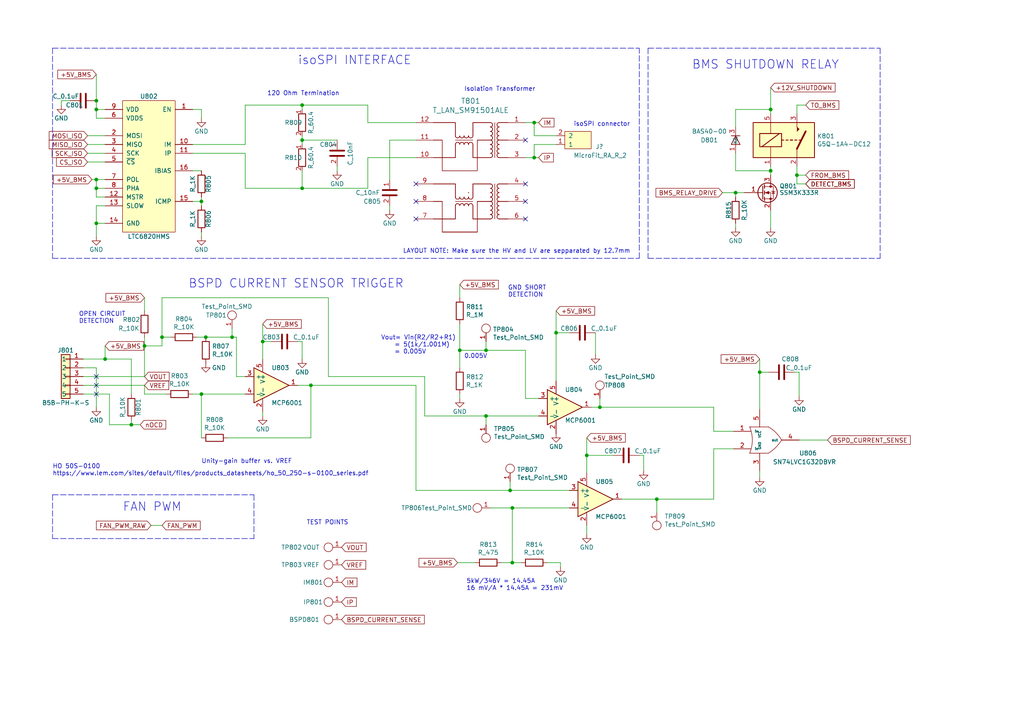
<source format=kicad_sch>
(kicad_sch (version 20211123) (generator eeschema)
  (paper "A4")
  (lib_symbols
    (symbol "formula:B5B-PH-K-S" (pin_names (offset 1.016))
      (property "Reference" "J" (at 0 8.89 0))
      (property "Value" "B5B-PH-K-S" (at 0 -6.35 0))
      (symbol "B5B-PH-K-S_1_1"
        (pin passive line (at -5.08 6.35 0) (length 3.81) (name "1") (number "1"))
        (pin passive line (at -5.08 3.81 0) (length 3.81) (name "2") (number "2"))
        (pin passive line (at -5.08 1.27 0) (length 3.81) (name "3") (number "3"))
        (pin passive line (at -5.08 -1.27 0) (length 3.81) (name "4") (number "4"))
        (pin passive line (at -5.08 -3.81 0) (length 3.81) (name "5") (number "5"))
      )
    )
    (symbol "formula:BAS40-00" (pin_names (offset 1.016))
      (property "Reference" "D" (at 0 2.54 0))
      (property "Value" "BAS40-00" (at 0 -2.54 0))
      (symbol "BAS40-00_1_1"
        (pin passive line (at 3.81 0 180) (length 2.54) (name "A") (number "1"))
        (pin passive line (at -3.81 0 0) (length 2.54) (name "K") (number "3"))
      )
    )
    (symbol "formula:C_0.1uF" (pin_numbers hide) (pin_names (offset 0.254))
      (property "Reference" "C" (at 0.635 2.54 0))
      (property "Value" "C_0.1uF" (at 0.635 -2.54 0))
      (symbol "C_0.1uF_1_1"
        (pin passive line (at 0 3.81 270) (length 2.794) (name "~") (number "1"))
        (pin passive line (at 0 -3.81 90) (length 2.794) (name "~") (number "2"))
      )
    )
    (symbol "formula:C_10nF" (pin_names (offset 1.016))
      (property "Reference" "C" (at -2.54 2.54 0))
      (property "Value" "C_10nF" (at 3.81 0 90))
      (symbol "C_10nF_1_1"
        (pin passive line (at 0 3.81 270) (length 2.794) (name "~") (number "1"))
        (pin passive line (at 0 -3.81 90) (length 2.794) (name "~") (number "2"))
      )
    )
    (symbol "formula:G5Q-1A4-DC12" (pin_names (offset 1.016))
      (property "Reference" "K" (at -1.27 12.7 0))
      (property "Value" "G5Q-1A4-DC12" (at 0 -10.16 0))
      (symbol "G5Q-1A4-DC12_1_1"
        (pin passive line (at -5.08 -7.62 90) (length 2.54) (name "~") (number "1"))
        (pin passive line (at 2.54 -7.62 90) (length 2.54) (name "~") (number "2"))
        (pin passive line (at 2.54 7.62 270) (length 2.54) (name "~") (number "3"))
        (pin passive line (at -5.08 7.62 270) (length 2.54) (name "~") (number "5"))
      )
    )
    (symbol "formula:LTC6820HMS" (pin_names (offset 1.016))
      (property "Reference" "U" (at 0 19.05 0))
      (property "Value" "LTC6820HMS" (at 0 -21.59 0))
      (property "MFN" "DK" (at 2.54 21.59 0))
      (property "MPN" "LTC6820HMS#TRPBFCT-ND" (at 5.08 24.13 0))
      (property "PurchasingLink" "https://www.digikey.com/product-detail/en/linear-technology-analog-devices/LTC6820HMS-TRPBF/LTC6820HMS-TRPBFCT-ND/8275338" (at 7.62 26.67 0))
      (symbol "LTC6820HMS_1_1"
        (pin input line (at 12.7 15.24 180) (length 5.08) (name "EN") (number "1"))
        (pin input line (at 12.7 5.08 180) (length 5.08) (name "IM") (number "10"))
        (pin input line (at 12.7 2.54 180) (length 5.08) (name "IP") (number "11"))
        (pin input line (at -12.7 -10.16 0) (length 5.08) (name "MSTR") (number "12"))
        (pin input line (at -12.7 -12.7 0) (length 5.08) (name "SLOW") (number "13"))
        (pin input line (at -12.7 -17.78 0) (length 5.08) (name "GND") (number "14"))
        (pin input line (at 12.7 -11.43 180) (length 5.08) (name "ICMP") (number "15"))
        (pin input line (at 12.7 -2.54 180) (length 5.08) (name "IBIAS") (number "16"))
        (pin input line (at -12.7 7.62 0) (length 5.08) (name "MOSI") (number "2"))
        (pin input line (at -12.7 5.08 0) (length 5.08) (name "MISO") (number "3"))
        (pin input line (at -12.7 2.54 0) (length 5.08) (name "SCK") (number "4"))
        (pin input line (at -12.7 0 0) (length 5.08) (name "~{CS}") (number "5"))
        (pin input line (at -12.7 12.7 0) (length 5.08) (name "VDDS") (number "6"))
        (pin input line (at -12.7 -5.08 0) (length 5.08) (name "POL") (number "7"))
        (pin input line (at -12.7 -7.62 0) (length 5.08) (name "PHA") (number "8"))
        (pin input line (at -12.7 15.24 0) (length 5.08) (name "VDD") (number "9"))
      )
    )
    (symbol "formula:MCP6001"
      (property "Reference" "U" (at 0 5.08 0))
      (property "Value" "MCP6001" (at 0 -5.08 0))
      (symbol "MCP6001_0_1"
        (pin power_in line (at -2.54 -7.62 90) (length 3.81) (name "V-") (number "2"))
        (pin power_in line (at -2.54 7.62 270) (length 3.81) (name "V+") (number "5"))
      )
      (symbol "MCP6001_1_1"
        (pin output line (at 7.62 0 180) (length 2.54) (name "~") (number "1"))
        (pin input line (at -7.62 2.54 0) (length 2.54) (name "+") (number "3"))
        (pin input line (at -7.62 -2.54 0) (length 2.54) (name "-") (number "4"))
      )
    )
    (symbol "formula:MicroFit_RA_R_2" (pin_names (offset 1.016))
      (property "Reference" "J" (at -2.54 1.27 0))
      (property "Value" "MicroFit_RA_R_2" (at 0 -3.81 0))
      (symbol "MicroFit_RA_R_2_1_1"
        (pin bidirectional line (at 6.35 1.27 180) (length 2.54) (name "1") (number "1"))
        (pin bidirectional line (at 6.35 -1.27 180) (length 2.54) (name "2") (number "2"))
      )
    )
    (symbol "formula:R_10K" (pin_numbers hide) (pin_names (offset 0))
      (property "Reference" "R" (at 2.032 0 90))
      (property "Value" "R_10K" (at -2.54 0 90))
      (symbol "R_10K_1_1"
        (pin passive line (at 0 3.81 270) (length 1.27) (name "~") (number "1"))
        (pin passive line (at 0 -3.81 90) (length 1.27) (name "~") (number "2"))
      )
    )
    (symbol "formula:R_1K" (pin_numbers hide) (pin_names (offset 0))
      (property "Reference" "R" (at 2.032 0 90))
      (property "Value" "R_1K" (at -2.54 0 90))
      (symbol "R_1K_1_1"
        (pin passive line (at 0 3.81 270) (length 1.27) (name "~") (number "1"))
        (pin passive line (at 0 -3.81 90) (length 1.27) (name "~") (number "2"))
      )
    )
    (symbol "formula:R_1M" (pin_numbers hide) (pin_names (offset 0))
      (property "Reference" "R" (at 2.032 0 90))
      (property "Value" "R_1M" (at 0 0 90))
      (symbol "R_1M_1_1"
        (pin passive line (at 0 3.81 270) (length 1.27) (name "~") (number "1"))
        (pin passive line (at 0 -3.81 90) (length 1.27) (name "~") (number "2"))
      )
    )
    (symbol "formula:R_3.01K" (pin_numbers hide) (pin_names (offset 0))
      (property "Reference" "R" (at 2.032 0 90))
      (property "Value" "R_3.01K" (at -2.54 0 90))
      (symbol "R_3.01K_1_1"
        (pin passive line (at 0 3.81 270) (length 1.27) (name "~") (number "1"))
        (pin passive line (at 0 -3.81 90) (length 1.27) (name "~") (number "2"))
      )
    )
    (symbol "formula:R_475" (pin_numbers hide) (pin_names (offset 0))
      (property "Reference" "R" (at 2.032 0 90))
      (property "Value" "R_475" (at -2.54 0 90))
      (symbol "R_475_1_1"
        (pin passive line (at 0 3.81 270) (length 1.27) (name "~") (number "1"))
        (pin passive line (at 0 -3.81 90) (length 1.27) (name "~") (number "2"))
      )
    )
    (symbol "formula:R_60.4" (pin_names (offset 1.016))
      (property "Reference" "R" (at -2.54 0 0))
      (property "Value" "R_60.4" (at 2.54 0 90))
      (symbol "R_60.4_1_1"
        (pin passive line (at 0 3.81 270) (length 1.27) (name "~") (number "1"))
        (pin passive line (at 0 -3.81 90) (length 1.27) (name "~") (number "2"))
      )
    )
    (symbol "formula:SN74LVC1G32DBVR" (pin_names (offset 1.016))
      (property "Reference" "U" (at 0 11.43 0))
      (property "Value" "SN74LVC1G32DBVR" (at 0 16.51 0))
      (symbol "SN74LVC1G32DBVR_1_1"
        (pin bidirectional line (at -7.62 2.54 0) (length 5.08) (name "in") (number "1"))
        (pin bidirectional line (at -7.62 -2.54 0) (length 5.08) (name "in") (number "2"))
        (pin bidirectional line (at 0 -8.89 90) (length 5.08) (name "GND") (number "3"))
        (pin bidirectional line (at 11.43 0 180) (length 5.08) (name "out") (number "4"))
        (pin bidirectional line (at 0 8.89 270) (length 5.08) (name "VCC") (number "5"))
      )
    )
    (symbol "formula:SSM3K333R" (pin_names (offset 0) hide)
      (property "Reference" "Q" (at 5.08 1.905 0))
      (property "Value" "SSM3K333R" (at 5.08 0 0))
      (symbol "SSM3K333R_1_1"
        (pin input line (at -5.08 0 0) (length 5.334) (name "G") (number "1"))
        (pin passive line (at 2.54 -5.08 90) (length 2.54) (name "S") (number "2"))
        (pin passive line (at 2.54 5.08 270) (length 2.54) (name "D") (number "3"))
      )
    )
    (symbol "formula:T_LAN_SM91501ALE" (pin_names (offset 1.016))
      (property "Reference" "T" (at 12.7 26.67 0))
      (property "Value" "T_LAN_SM91501ALE" (at 24.13 -10.16 0))
      (symbol "T_LAN_SM91501ALE_1_1"
        (pin input line (at 6.35 24.13 0) (length 5.08) (name "~") (number "1"))
        (pin input line (at 38.1 13.97 180) (length 5.08) (name "~") (number "10"))
        (pin input line (at 38.1 19.05 180) (length 5.08) (name "~") (number "11"))
        (pin input line (at 38.1 24.13 180) (length 5.08) (name "~") (number "12"))
        (pin input line (at 6.35 19.05 0) (length 5.08) (name "~") (number "2"))
        (pin input line (at 6.35 13.97 0) (length 5.08) (name "~") (number "3"))
        (pin input line (at 6.35 6.35 0) (length 5.08) (name "~") (number "4"))
        (pin input line (at 6.35 1.27 0) (length 5.08) (name "~") (number "5"))
        (pin input line (at 6.35 -3.81 0) (length 5.08) (name "~") (number "6"))
        (pin input line (at 38.1 -3.81 180) (length 5.08) (name "~") (number "7"))
        (pin input line (at 38.1 1.27 180) (length 5.08) (name "~") (number "8"))
        (pin input line (at 38.1 6.35 180) (length 5.08) (name "~") (number "9"))
      )
    )
    (symbol "formula:Test_Point_SMD" (pin_names (offset 1.016))
      (property "Reference" "TP" (at 0 7.62 0))
      (property "Value" "Test_Point_SMD" (at 1.27 5.08 0))
      (symbol "Test_Point_SMD_1_1"
        (pin input line (at 0 -1.27 90) (length 2.54) (name "~") (number "1"))
      )
    )
    (symbol "power:GND" (power) (pin_names (offset 0))
      (property "Value" "GND" (at 0 -3.81 0))
      (symbol "GND_1_1"
        (pin power_in line (at 0 0 270) (length 0) hide (name "GND") (number "1"))
      )
    )
  )
  (junction (at 148.59 147.32))
  (junction (at 38.1 123.19))
  (junction (at 140.97 101.6))
  (junction (at 190.5 144.78))
  (junction (at 87.63 54.61))
  (junction (at 41.91 100.33))
  (junction (at 27.94 54.61))
  (junction (at 67.31 97.79))
  (junction (at 27.94 64.77))
  (junction (at 161.29 96.52))
  (junction (at 27.94 52.07))
  (junction (at 213.36 55.88))
  (junction (at 76.2 99.06))
  (junction (at 46.99 97.79))
  (junction (at 173.99 118.11))
  (junction (at 223.52 49.53))
  (junction (at 223.52 31.75))
  (junction (at 148.59 163.195))
  (junction (at 30.48 104.14))
  (junction (at 140.97 120.65))
  (junction (at 154.94 45.72))
  (junction (at 147.955 142.24))
  (junction (at 59.69 97.79))
  (junction (at 87.63 30.48))
  (junction (at 90.17 111.76))
  (junction (at 27.94 29.21))
  (junction (at 170.18 132.08))
  (junction (at 27.94 31.75))
  (junction (at 154.94 35.56))
  (junction (at 58.42 114.3))
  (junction (at 58.42 58.42))
  (junction (at 220.345 107.95))
  (junction (at 133.35 101.6))
  (junction (at 231.14 50.8))
  (junction (at 87.63 40.64))
  (no_connect (at 152.4 58.42))
  (no_connect (at 27.94 109.22))
  (no_connect (at 152.4 53.34))
  (no_connect (at 120.65 63.5))
  (no_connect (at 152.4 40.64))
  (no_connect (at 27.94 114.3))
  (no_connect (at 120.65 58.42))
  (no_connect (at 120.65 53.34))
  (no_connect (at 27.94 111.76))
  (no_connect (at 152.4 63.5))
  (wire (pts (xy 58.42 34.29) (xy 58.42 31.75)))
  (wire (pts (xy 154.94 35.56) (xy 154.94 39.37)))
  (wire (pts (xy 87.63 54.61) (xy 71.12 54.61)))
  (wire (pts (xy 190.5 144.78) (xy 207.01 144.78)))
  (polyline (pts (xy 185.42 74.93) (xy 185.42 13.97)))
  (wire (pts (xy 165.1 96.52) (xy 161.29 96.52)))
  (wire (pts (xy 71.12 41.91) (xy 71.12 30.48)))
  (wire (pts (xy 162.56 163.195) (xy 158.75 163.195)))
  (wire (pts (xy 190.5 144.78) (xy 190.5 148.59)))
  (wire (pts (xy 213.36 31.75) (xy 213.36 36.83)))
  (wire (pts (xy 154.94 45.72) (xy 154.94 41.91)))
  (wire (pts (xy 58.42 67.31) (xy 58.42 68.58)))
  (wire (pts (xy 140.97 120.65) (xy 140.97 123.19)))
  (polyline (pts (xy 15.24 143.51) (xy 15.24 156.21)))
  (wire (pts (xy 220.345 107.95) (xy 222.885 107.95)))
  (wire (pts (xy 154.94 45.72) (xy 152.4 45.72)))
  (wire (pts (xy 38.1 123.19) (xy 40.64 123.19)))
  (wire (pts (xy 177.8 132.08) (xy 170.18 132.08)))
  (wire (pts (xy 58.42 114.3) (xy 71.12 114.3)))
  (wire (pts (xy 231.14 50.8) (xy 233.68 50.8)))
  (wire (pts (xy 148.59 147.32) (xy 148.59 163.195)))
  (wire (pts (xy 173.99 115.57) (xy 173.99 118.11)))
  (wire (pts (xy 87.63 39.37) (xy 87.63 40.64)))
  (wire (pts (xy 41.91 100.33) (xy 46.99 100.33)))
  (wire (pts (xy 49.53 97.79) (xy 46.99 97.79)))
  (wire (pts (xy 30.48 44.45) (xy 25.4 44.45)))
  (wire (pts (xy 133.35 101.6) (xy 133.35 106.68)))
  (wire (pts (xy 41.91 86.36) (xy 41.91 90.17)))
  (wire (pts (xy 165.1 147.32) (xy 148.59 147.32)))
  (wire (pts (xy 213.36 55.88) (xy 215.9 55.88)))
  (polyline (pts (xy 15.24 74.93) (xy 185.42 74.93)))
  (wire (pts (xy 57.15 97.79) (xy 59.69 97.79)))
  (polyline (pts (xy 15.24 143.51) (xy 73.66 143.51)))
  (wire (pts (xy 148.59 147.32) (xy 142.24 147.32)))
  (wire (pts (xy 87.63 30.48) (xy 87.63 31.75)))
  (wire (pts (xy 97.79 48.26) (xy 97.79 49.53)))
  (polyline (pts (xy 15.24 156.21) (xy 73.66 156.21)))
  (wire (pts (xy 186.69 136.525) (xy 186.69 132.08)))
  (wire (pts (xy 55.88 114.3) (xy 58.42 114.3)))
  (wire (pts (xy 38.1 121.92) (xy 38.1 123.19)))
  (wire (pts (xy 230.505 107.95) (xy 231.775 107.95)))
  (wire (pts (xy 71.12 44.45) (xy 55.88 44.45)))
  (wire (pts (xy 46.99 86.36) (xy 95.25 86.36)))
  (wire (pts (xy 213.36 64.77) (xy 213.36 66.04)))
  (wire (pts (xy 30.48 31.75) (xy 27.94 31.75)))
  (wire (pts (xy 76.2 93.98) (xy 76.2 99.06)))
  (wire (pts (xy 120.65 111.76) (xy 120.65 142.24)))
  (wire (pts (xy 86.36 99.06) (xy 87.63 99.06)))
  (wire (pts (xy 170.18 127) (xy 170.18 132.08)))
  (wire (pts (xy 67.31 95.25) (xy 67.31 97.79)))
  (polyline (pts (xy 73.66 143.51) (xy 73.66 156.21)))
  (wire (pts (xy 171.45 118.11) (xy 173.99 118.11)))
  (wire (pts (xy 154.94 41.91) (xy 161.29 41.91)))
  (wire (pts (xy 30.48 54.61) (xy 27.94 54.61)))
  (wire (pts (xy 24.13 109.22) (xy 41.91 109.22)))
  (wire (pts (xy 27.94 34.29) (xy 27.94 31.75)))
  (wire (pts (xy 140.97 101.6) (xy 152.4 101.6)))
  (wire (pts (xy 46.99 97.79) (xy 46.99 86.36)))
  (wire (pts (xy 24.13 114.3) (xy 31.75 114.3)))
  (wire (pts (xy 170.18 137.16) (xy 170.18 132.08)))
  (wire (pts (xy 152.4 115.57) (xy 156.21 115.57)))
  (wire (pts (xy 76.2 104.14) (xy 76.2 99.06)))
  (wire (pts (xy 162.56 164.465) (xy 162.56 163.195)))
  (wire (pts (xy 38.1 114.3) (xy 38.1 104.14)))
  (wire (pts (xy 207.01 144.78) (xy 207.01 130.175)))
  (wire (pts (xy 161.29 96.52) (xy 161.29 110.49)))
  (wire (pts (xy 231.14 48.26) (xy 231.14 50.8)))
  (wire (pts (xy 86.36 111.76) (xy 90.17 111.76)))
  (wire (pts (xy 76.2 119.38) (xy 76.2 120.65)))
  (wire (pts (xy 71.12 30.48) (xy 87.63 30.48)))
  (wire (pts (xy 133.35 93.98) (xy 133.35 101.6)))
  (wire (pts (xy 106.68 54.61) (xy 106.68 45.72)))
  (wire (pts (xy 170.18 152.4) (xy 170.18 154.94)))
  (wire (pts (xy 132.715 163.195) (xy 137.795 163.195)))
  (wire (pts (xy 207.01 118.11) (xy 207.01 125.095)))
  (polyline (pts (xy 187.96 74.93) (xy 255.27 74.93)))
  (wire (pts (xy 87.63 54.61) (xy 106.68 54.61)))
  (wire (pts (xy 173.99 118.11) (xy 207.01 118.11)))
  (wire (pts (xy 27.94 59.69) (xy 27.94 64.77)))
  (wire (pts (xy 87.63 40.64) (xy 97.79 40.64)))
  (wire (pts (xy 27.94 52.07) (xy 26.67 52.07)))
  (wire (pts (xy 213.36 55.88) (xy 209.55 55.88)))
  (wire (pts (xy 113.03 40.64) (xy 113.03 52.07)))
  (wire (pts (xy 78.74 99.06) (xy 76.2 99.06)))
  (wire (pts (xy 133.35 82.55) (xy 133.35 86.36)))
  (wire (pts (xy 140.97 120.65) (xy 156.21 120.65)))
  (wire (pts (xy 161.29 90.17) (xy 161.29 96.52)))
  (wire (pts (xy 46.99 97.79) (xy 46.99 100.33)))
  (wire (pts (xy 90.17 111.76) (xy 120.65 111.76)))
  (wire (pts (xy 27.94 57.15) (xy 27.94 54.61)))
  (wire (pts (xy 106.68 35.56) (xy 106.68 30.48)))
  (wire (pts (xy 25.4 46.99) (xy 30.48 46.99)))
  (wire (pts (xy 87.63 99.06) (xy 87.63 104.14)))
  (wire (pts (xy 231.14 33.02) (xy 231.14 30.48)))
  (wire (pts (xy 20.32 29.21) (xy 17.78 29.21)))
  (wire (pts (xy 223.52 60.96) (xy 223.52 66.04)))
  (wire (pts (xy 30.48 41.91) (xy 25.4 41.91)))
  (wire (pts (xy 67.31 97.79) (xy 68.58 97.79)))
  (wire (pts (xy 27.94 64.77) (xy 27.94 68.58)))
  (wire (pts (xy 223.52 31.75) (xy 213.36 31.75)))
  (wire (pts (xy 123.19 120.65) (xy 140.97 120.65)))
  (wire (pts (xy 133.35 114.3) (xy 133.35 115.57)))
  (wire (pts (xy 41.91 97.79) (xy 41.91 100.33)))
  (wire (pts (xy 87.63 40.64) (xy 87.63 41.91)))
  (polyline (pts (xy 255.27 13.97) (xy 255.27 74.93)))
  (wire (pts (xy 154.94 39.37) (xy 161.29 39.37)))
  (wire (pts (xy 30.48 64.77) (xy 27.94 64.77)))
  (wire (pts (xy 30.48 59.69) (xy 27.94 59.69)))
  (wire (pts (xy 231.14 50.8) (xy 231.14 53.34)))
  (wire (pts (xy 66.04 127) (xy 90.17 127)))
  (wire (pts (xy 24.13 111.76) (xy 41.91 111.76)))
  (wire (pts (xy 156.21 35.56) (xy 154.94 35.56)))
  (wire (pts (xy 106.68 45.72) (xy 120.65 45.72)))
  (wire (pts (xy 186.69 132.08) (xy 185.42 132.08)))
  (wire (pts (xy 27.94 106.68) (xy 27.94 118.11)))
  (wire (pts (xy 156.21 45.72) (xy 154.94 45.72)))
  (wire (pts (xy 123.19 109.22) (xy 123.19 120.65)))
  (wire (pts (xy 180.34 144.78) (xy 190.5 144.78)))
  (wire (pts (xy 71.12 54.61) (xy 71.12 44.45)))
  (wire (pts (xy 220.345 107.95) (xy 220.345 104.14)))
  (wire (pts (xy 120.65 40.64) (xy 113.03 40.64)))
  (wire (pts (xy 30.48 100.33) (xy 30.48 104.14)))
  (wire (pts (xy 68.58 97.79) (xy 68.58 109.22)))
  (wire (pts (xy 207.01 125.095) (xy 212.725 125.095)))
  (wire (pts (xy 106.68 35.56) (xy 120.65 35.56)))
  (wire (pts (xy 212.725 130.175) (xy 207.01 130.175)))
  (polyline (pts (xy 15.24 13.97) (xy 185.42 13.97)))
  (wire (pts (xy 223.52 33.02) (xy 223.52 31.75)))
  (wire (pts (xy 147.955 142.24) (xy 165.1 142.24)))
  (wire (pts (xy 145.415 163.195) (xy 148.59 163.195)))
  (wire (pts (xy 27.94 54.61) (xy 27.94 52.07)))
  (wire (pts (xy 55.88 41.91) (xy 71.12 41.91)))
  (wire (pts (xy 24.13 104.14) (xy 30.48 104.14)))
  (wire (pts (xy 41.91 114.3) (xy 41.91 111.76)))
  (wire (pts (xy 30.48 34.29) (xy 27.94 34.29)))
  (wire (pts (xy 38.1 104.14) (xy 30.48 104.14)))
  (wire (pts (xy 113.03 59.69) (xy 113.03 60.96)))
  (polyline (pts (xy 15.24 13.97) (xy 15.24 74.93)))
  (wire (pts (xy 90.17 127) (xy 90.17 111.76)))
  (wire (pts (xy 43.815 152.4) (xy 46.99 152.4)))
  (wire (pts (xy 31.75 114.3) (xy 31.75 123.19)))
  (wire (pts (xy 87.63 49.53) (xy 87.63 54.61)))
  (wire (pts (xy 220.345 118.745) (xy 220.345 107.95)))
  (wire (pts (xy 140.97 99.06) (xy 140.97 101.6)))
  (wire (pts (xy 231.14 53.34) (xy 233.68 53.34)))
  (wire (pts (xy 231.14 30.48) (xy 233.68 30.48)))
  (wire (pts (xy 152.4 101.6) (xy 152.4 115.57)))
  (wire (pts (xy 147.955 139.7) (xy 147.955 142.24)))
  (wire (pts (xy 148.59 163.195) (xy 151.13 163.195)))
  (wire (pts (xy 58.42 31.75) (xy 55.88 31.75)))
  (wire (pts (xy 17.78 29.21) (xy 17.78 30.48)))
  (wire (pts (xy 58.42 58.42) (xy 55.88 58.42)))
  (wire (pts (xy 41.91 100.33) (xy 41.91 109.22)))
  (wire (pts (xy 95.25 86.36) (xy 95.25 109.22)))
  (wire (pts (xy 31.75 123.19) (xy 38.1 123.19)))
  (wire (pts (xy 27.94 21.59) (xy 27.94 29.21)))
  (wire (pts (xy 58.42 114.3) (xy 58.42 127)))
  (wire (pts (xy 223.52 25.4) (xy 223.52 31.75)))
  (wire (pts (xy 120.65 142.24) (xy 147.955 142.24)))
  (wire (pts (xy 58.42 59.69) (xy 58.42 58.42)))
  (wire (pts (xy 223.52 48.26) (xy 223.52 49.53)))
  (wire (pts (xy 58.42 58.42) (xy 58.42 57.15)))
  (wire (pts (xy 106.68 30.48) (xy 87.63 30.48)))
  (wire (pts (xy 58.42 49.53) (xy 55.88 49.53)))
  (polyline (pts (xy 187.96 13.97) (xy 187.96 74.93)))
  (wire (pts (xy 30.48 52.07) (xy 27.94 52.07)))
  (wire (pts (xy 95.25 109.22) (xy 123.19 109.22)))
  (wire (pts (xy 231.775 127.635) (xy 240.03 127.635)))
  (wire (pts (xy 231.775 107.95) (xy 231.775 114.935)))
  (wire (pts (xy 30.48 39.37) (xy 25.4 39.37)))
  (wire (pts (xy 213.36 49.53) (xy 223.52 49.53)))
  (wire (pts (xy 41.91 114.3) (xy 48.26 114.3)))
  (wire (pts (xy 154.94 35.56) (xy 152.4 35.56)))
  (wire (pts (xy 172.72 96.52) (xy 172.72 102.87)))
  (wire (pts (xy 213.36 55.88) (xy 213.36 57.15)))
  (wire (pts (xy 133.35 101.6) (xy 140.97 101.6)))
  (wire (pts (xy 30.48 57.15) (xy 27.94 57.15)))
  (wire (pts (xy 59.69 97.79) (xy 67.31 97.79)))
  (wire (pts (xy 213.36 44.45) (xy 213.36 49.53)))
  (wire (pts (xy 220.345 136.525) (xy 220.345 138.43)))
  (polyline (pts (xy 187.96 13.97) (xy 255.27 13.97)))
  (wire (pts (xy 223.52 49.53) (xy 223.52 50.8)))
  (wire (pts (xy 27.94 31.75) (xy 27.94 29.21)))
  (wire (pts (xy 68.58 109.22) (xy 71.12 109.22)))
  (wire (pts (xy 24.13 106.68) (xy 27.94 106.68)))
  (text "Unity-gain buffer vs. VREF" (at 58.42 134.62 0) (effects (font (size 1.27 1.27)) (justify left bottom)))
  (text "TEST POINTS" (at 88.9 152.4 0) (effects (font (size 1.27 1.27)) (justify left bottom)))
  (text "HO 50S-0100\nhttps://www.lem.com/sites/default/files/products_datasheets/ho_50_250-s-0100_series.pdf" (at 15.24 138.176 0) (effects (font (size 1.27 1.27)) (justify left bottom)))
  (text "isoSPI connector" (at 166.37 36.83 0) (effects (font (size 1.27 1.27)) (justify left bottom)))
  (text "isoSPI INTERFACE" (at 86.36 19.05 0) (effects (font (size 2.4892 2.4892)) (justify left bottom)))
  (text "Vout= Vin(R2/R2+R1)\n    = 5(1k/1.001M)\n    = 0.005V" (at 110.49 102.87 0) (effects (font (size 1.27 1.27)) (justify left bottom)))
  (text "Isolation Transformer" (at 134.62 26.67 0) (effects (font (size 1.27 1.27)) (justify left bottom)))
  (text "0.005V" (at 134.62 104.14 0) (effects (font (size 1.27 1.27)) (justify left bottom)))
  (text "5kW/346V = 14.45A\n16 mV/A * 14.45A = 231mV\n" (at 135.255 171.45 0) (effects (font (size 1.27 1.27)) (justify left bottom)))
  (text "GND SHORT\nDETECTION" (at 147.32 86.36 0) (effects (font (size 1.27 1.27)) (justify left bottom)))
  (text "120 Ohm Termination" (at 77.47 27.94 0) (effects (font (size 1.27 1.27)) (justify left bottom)))
  (text "OPEN CIRCUIT\nDETECTION" (at 22.86 93.98 0) (effects (font (size 1.27 1.27)) (justify left bottom)))
  (text "FAN PWM" (at 35.56 148.59 0) (effects (font (size 2.4892 2.4892)) (justify left bottom)))
  (text "BMS SHUTDOWN RELAY" (at 200.66 20.32 0) (effects (font (size 2.4892 2.4892)) (justify left bottom)))
  (text "BSPD CURRENT SENSOR TRIGGER" (at 54.61 83.82 0) (effects (font (size 2.4892 2.4892)) (justify left bottom)))
  (text "LAYOUT NOTE: Make sure the HV and LV are sepparated by 12.7mm" (at 116.84 73.66 0) (effects (font (size 1.27 1.27)) (justify left bottom)))
  (global_label "IM" (shape input) (at 99.06 168.91 0) (property "Intersheet References" "${INTERSHEET_REFS}" (effects hide)))
  (global_label "IP" (shape input) (at 99.06 174.625 0) (property "Intersheet References" "${INTERSHEET_REFS}" (effects hide)))
  (global_label "TO_BMS" (shape input) (at 233.68 30.48 0) (property "Intersheet References" "${INTERSHEET_REFS}" (effects hide)))
  (global_label "+5V_BMS" (shape input) (at 133.35 82.55 0) (property "Intersheet References" "${INTERSHEET_REFS}" (effects hide)))
  (global_label "+5V_BMS" (shape input) (at 41.91 86.36 180) (property "Intersheet References" "${INTERSHEET_REFS}" (effects hide)))
  (global_label "MOSI_ISO" (shape input) (at 25.4 39.37 180) (property "Intersheet References" "${INTERSHEET_REFS}" (effects hide)))
  (global_label "FAN_PWM_RAW" (shape input) (at 43.815 152.4 180) (property "Intersheet References" "${INTERSHEET_REFS}" (effects hide)))
  (global_label "+5V_BMS" (shape input) (at 220.345 104.14 180) (property "Intersheet References" "${INTERSHEET_REFS}" (effects hide)))
  (global_label "+5V_BMS" (shape input) (at 170.18 127 0) (property "Intersheet References" "${INTERSHEET_REFS}" (effects hide)))
  (global_label "VREF" (shape input) (at 99.06 163.83 0) (property "Intersheet References" "${INTERSHEET_REFS}" (effects hide)))
  (global_label "+5V_BMS" (shape input) (at 161.29 90.17 0) (property "Intersheet References" "${INTERSHEET_REFS}" (effects hide)))
  (global_label "+5V_BMS" (shape input) (at 30.48 100.33 0) (property "Intersheet References" "${INTERSHEET_REFS}" (effects hide)))
  (global_label "IM" (shape input) (at 156.21 35.56 0) (property "Intersheet References" "${INTERSHEET_REFS}" (effects hide)))
  (global_label "+5V_BMS" (shape input) (at 76.2 93.98 0) (property "Intersheet References" "${INTERSHEET_REFS}" (effects hide)))
  (global_label "IP" (shape input) (at 156.21 45.72 0) (property "Intersheet References" "${INTERSHEET_REFS}" (effects hide)))
  (global_label "MISO_ISO" (shape input) (at 25.4 41.91 180) (property "Intersheet References" "${INTERSHEET_REFS}" (effects hide)))
  (global_label "VREF" (shape input) (at 41.91 111.76 0) (property "Intersheet References" "${INTERSHEET_REFS}" (effects hide)))
  (global_label "DETECT_BMS" (shape input) (at 233.68 53.34 0) (property "Intersheet References" "${INTERSHEET_REFS}" (effects hide)))
  (global_label "nOCD" (shape input) (at 40.64 123.19 0) (property "Intersheet References" "${INTERSHEET_REFS}" (effects hide)))
  (global_label "VOUT" (shape input) (at 99.06 158.75 0) (property "Intersheet References" "${INTERSHEET_REFS}" (effects hide)))
  (global_label "+5V_BMS" (shape input) (at 132.715 163.195 180) (property "Intersheet References" "${INTERSHEET_REFS}" (effects hide)))
  (global_label "BSPD_CURRENT_SENSE" (shape input) (at 99.06 179.705 0) (property "Intersheet References" "${INTERSHEET_REFS}" (effects hide)))
  (global_label "FROM_BMS" (shape input) (at 233.68 50.8 0) (property "Intersheet References" "${INTERSHEET_REFS}" (effects hide)))
  (global_label "+5V_BMS" (shape input) (at 26.67 52.07 180) (property "Intersheet References" "${INTERSHEET_REFS}" (effects hide)))
  (global_label "SCK_ISO" (shape input) (at 25.4 44.45 180) (property "Intersheet References" "${INTERSHEET_REFS}" (effects hide)))
  (global_label "+5V_BMS" (shape input) (at 27.94 21.59 180) (property "Intersheet References" "${INTERSHEET_REFS}" (effects hide)))
  (global_label "CS_ISO" (shape input) (at 25.4 46.99 180) (property "Intersheet References" "${INTERSHEET_REFS}" (effects hide)))
  (global_label "BSPD_CURRENT_SENSE" (shape input) (at 240.03 127.635 0) (property "Intersheet References" "${INTERSHEET_REFS}" (effects hide)))
  (global_label "VOUT" (shape input) (at 41.91 109.22 0) (property "Intersheet References" "${INTERSHEET_REFS}" (effects hide)))
  (global_label "BMS_RELAY_DRIVE" (shape input) (at 209.55 55.88 180) (property "Intersheet References" "${INTERSHEET_REFS}" (effects hide)))
  (global_label "FAN_PWM" (shape input) (at 46.99 152.4 0) (property "Intersheet References" "${INTERSHEET_REFS}" (effects hide)))
  (global_label "DETECT_BMS" (shape input) (at 233.68 53.34 0) (property "Intersheet References" "${INTERSHEET_REFS}" (effects hide)))
  (global_label "+12V_SHUTDOWN" (shape input) (at 223.52 25.4 0) (property "Intersheet References" "${INTERSHEET_REFS}" (effects hide)))
  (symbol (lib_id "formula:R_60.4") (at 87.63 35.56 0) (unit 1)
    (property "Reference" "R809" (at 85.09 35.56 0))
    (property "Value" "R_60.4" (at 90.17 35.56 90))
    (property "Footprint" "footprints:R_0805_OEM" (effects hide))
    (property "Datasheet" "https://industrial.panasonic.com/cdbs/www-data/pdf/RDM0000/AOA0000C307.pdf" (effects hide))
    (property "MFN" "DK" (effects hide))
    (property "MPN" "P60.4DACT-ND" (effects hide))
    (property "PurchasingLink" "https://www.digikey.com/product-detail/en/panasonic-electronic-components/ERA-6AEB60R4V/P60.4DACT-ND/3075204" (effects hide))
  )
  (symbol (lib_id "formula:R_60.4") (at 87.63 45.72 0) (unit 1)
    (property "Reference" "R810" (at 85.09 45.72 0))
    (property "Value" "R_60.4" (at 90.17 45.72 90))
    (property "Footprint" "footprints:R_0805_OEM" (effects hide))
    (property "Datasheet" "https://industrial.panasonic.com/cdbs/www-data/pdf/RDM0000/AOA0000C307.pdf" (effects hide))
    (property "MFN" "DK" (effects hide))
    (property "MPN" "P60.4DACT-ND" (effects hide))
    (property "PurchasingLink" "https://www.digikey.com/product-detail/en/panasonic-electronic-components/ERA-6AEB60R4V/P60.4DACT-ND/3075204" (effects hide))
  )
  (symbol (lib_id "power:GND") (at 113.03 60.96 0) (unit 1)
    (property "Reference" "#PWR0157" (effects hide))
    (property "Value" "GND" (at 113.03 64.77 0))
  )
  (symbol (lib_id "power:GND") (at 97.79 49.53 0) (unit 1)
    (property "Reference" "#PWR0156" (effects hide))
    (property "Value" "GND" (at 97.79 53.34 0))
  )
  (symbol (lib_id "power:GND") (at 27.94 68.58 0) (unit 1)
    (property "Reference" "#PWR0152" (effects hide))
    (property "Value" "GND" (at 27.94 72.39 0))
  )
  (symbol (lib_id "power:GND") (at 58.42 34.29 0) (unit 1)
    (property "Reference" "#PWR0154" (effects hide))
    (property "Value" "GND" (at 58.42 38.1 0))
  )
  (symbol (lib_id "formula:R_3.01K") (at 58.42 53.34 0) (unit 1)
    (property "Reference" "R805" (at 60.452 53.34 90))
    (property "Value" "R_1K" (at 55.88 53.34 90))
    (property "Footprint" "footprints:R_0805_OEM" (effects hide))
    (property "Datasheet" "http://www.yageo.com.tw/exep/pages/download/literatures/PYu-R_INT-thick_7.pdf" (effects hide))
    (property "MFN" "DK" (effects hide))
    (property "MPN" "311-3.01KCRCT-ND" (effects hide))
    (property "PurchasingLink" "https://www.digikey.com/products/en?keywords=311-3.01KCRCT-ND" (effects hide))
  )
  (symbol (lib_id "formula:R_1K") (at 58.42 63.5 0) (unit 1)
    (property "Reference" "R806" (at 60.452 63.5 90))
    (property "Value" "R_1K" (at 55.88 63.5 90))
    (property "Footprint" "footprints:R_0805_OEM" (effects hide))
    (property "Datasheet" "https://www.seielect.com/Catalog/SEI-rncp.pdf" (effects hide))
    (property "MFN" "DK" (effects hide))
    (property "MPN" "RNCP0805FTD1K00CT-ND" (effects hide))
    (property "PurchasingLink" "https://www.digikey.com/products/en?keywords=RNCP0805FTD1K00CT-ND" (effects hide))
  )
  (symbol (lib_id "power:GND") (at 58.42 68.58 0) (unit 1)
    (property "Reference" "#PWR0155" (effects hide))
    (property "Value" "GND" (at 58.42 72.39 0))
  )
  (symbol (lib_id "formula:LTC6820HMS") (at 43.18 46.99 0) (unit 1)
    (property "Reference" "U802" (at 43.18 27.94 0))
    (property "Value" "LTC6820HMS" (at 43.18 68.58 0))
    (property "Footprint" "Package_SO:MSOP-16_3x4mm_P0.5mm" (effects hide))
    (property "Datasheet" "https://www.analog.com/media/en/technical-documentation/data-sheets/6820fb.pdf" (effects hide))
    (property "MFN" "DK" (effects hide))
    (property "MPN" "LTC6820HMS#TRPBFCT-ND" (effects hide))
    (property "PurchasingLink" "https://www.digikey.com/product-detail/en/linear-technology-analog-devices/LTC6820HMS-TRPBF/LTC6820HMS-TRPBFCT-ND/8275338" (effects hide))
  )
  (symbol (lib_id "formula:C_10nF") (at 97.79 44.45 0) (unit 1)
    (property "Reference" "C804" (at 95.25 41.91 0))
    (property "Value" "C_10nF" (at 101.6 44.45 90))
    (property "Footprint" "footprints:C_0805_OEM" (effects hide))
    (property "Datasheet" "http://www.samsungsem.com/kr/support/product-search/mlcc/__icsFiles/afieldfile/2018/07/23/CL21B103KBANNNC.pdf" (effects hide))
    (property "MFN" "DK" (effects hide))
    (property "MPN" "1276-1015-1-ND" (effects hide))
    (property "PurchasingLink" "https://www.digikey.com/product-detail/en/samsung-electro-mechanics/CL21B103KBANNNC/1276-1015-1-ND/3889101" (effects hide))
  )
  (symbol (lib_id "formula:C_10nF") (at 113.03 55.88 0) (unit 1)
    (property "Reference" "C805" (at 107.95 58.42 0))
    (property "Value" "C_10nF" (at 106.68 55.88 0))
    (property "Footprint" "footprints:C_0805_OEM" (effects hide))
    (property "Datasheet" "http://www.samsungsem.com/kr/support/product-search/mlcc/__icsFiles/afieldfile/2018/07/23/CL21B103KBANNNC.pdf" (effects hide))
    (property "MFN" "DK" (effects hide))
    (property "MPN" "1276-1015-1-ND" (effects hide))
    (property "PurchasingLink" "https://www.digikey.com/product-detail/en/samsung-electro-mechanics/CL21B103KBANNNC/1276-1015-1-ND/3889101" (effects hide))
  )
  (symbol (lib_id "formula:C_0.1uF") (at 24.13 29.21 270) (mirror x) (unit 1)
    (property "Reference" "C801" (at 19.05 30.48 90) (effects (justify left)))
    (property "Value" "C_0.1uF" (at 15.24 27.94 90) (effects (justify left)))
    (property "Footprint" "footprints:C_0805_OEM" (effects hide))
    (property "Datasheet" "http://datasheets.avx.com/X7RDielectric.pdf" (effects hide))
    (property "MPN" "478-3352-1-ND" (effects hide))
    (property "MFN" "Digi-Key" (effects hide))
    (property "Package" "Value" (effects hide))
    (property "PurchasingLink" "https://www.digikey.com/products/en?keywords=478-3352-1-ND" (effects hide))
  )
  (symbol (lib_id "power:GND") (at 17.78 30.48 0) (mirror y) (unit 1)
    (property "Reference" "#PWR0153" (effects hide))
    (property "Value" "GND" (at 17.78 34.29 0))
  )
  (symbol (lib_id "formula:T_LAN_SM91501ALE") (at 158.75 59.69 0) (mirror y) (unit 1)
    (property "Reference" "T801" (at 136.525 29.2862 0) (effects (font (size 1.524 1.524))))
    (property "Value" "T_LAN_SM91501ALE" (at 136.525 31.9786 0) (effects (font (size 1.524 1.524))))
    (property "Footprint" "footprints:T_LAN_SM91501ALE" (effects hide))
    (property "Datasheet" "https://www.mouser.com/datasheet/2/54/sm91501al-1488891.pdf" (effects hide))
    (property "MFN" "DK" (effects hide))
    (property "MPN" "SM91501ALE" (effects hide))
    (property "PurchasingLink" "https://www.digikey.si/product-detail/en/bourns-inc/SM91501ALE/SM91501ALETR-ND/9650127" (effects hide))
  )
  (symbol (lib_id "formula:SN74LVC1G32DBVR") (at 220.345 127.635 0) (unit 1)
    (property "Reference" "U806" (at 231.775 131.445 0) (effects (justify left)))
    (property "Value" "SN74LVC1G32DBVR" (at 224.155 133.985 0) (effects (justify left)))
    (property "Footprint" "footprints:SOT-23-5_OEM" (effects hide))
    (property "Datasheet" "http://www.ti.com/lit/ds/symlink/sn74lvc1g32.pdf" (effects hide))
    (property "MFN" "DK" (effects hide))
    (property "MPN" "296-9847-1-ND" (effects hide))
    (property "PurchasingLink" "https://www.digikey.com/product-detail/en/texas-instruments/SN74LVC1G32DBVR/296-9847-1-ND/380102" (effects hide))
  )
  (symbol (lib_id "formula:SSM3K333R") (at 220.98 55.88 0) (unit 1)
    (property "Reference" "Q801" (at 226.06 53.975 0) (effects (justify left)))
    (property "Value" "SSM3K333R" (at 226.06 55.88 0) (effects (justify left)))
    (property "Footprint" "footprints:SOT-23F" (effects hide))
    (property "Datasheet" "https://drive.google.com/drive/folders/0B-V-iZf33Y4GNzhDQTJZanJRbVk" (effects hide))
    (property "MFN" "DK" (effects hide))
    (property "MPN" "SSM3K333RLFCT-ND" (effects hide))
    (property "PurchasingLink" "https://www.digikey.com/product-detail/en/toshiba-semiconductor-and-storage/SSM3K333RLF/SSM3K333RLFCT-ND/3522391" (effects hide))
  )
  (symbol (lib_id "formula:R_10K") (at 213.36 60.96 180) (unit 1)
    (property "Reference" "R815" (at 211.328 60.96 90))
    (property "Value" "R_10K" (at 215.9 60.96 90))
    (property "Footprint" "footprints:R_0805_OEM" (effects hide))
    (property "Datasheet" "http://www.bourns.com/data/global/pdfs/CRS.pdf" (effects hide))
    (property "MFN" "DK" (effects hide))
    (property "MPN" "CRS0805-FX-1002ELFCT-ND" (effects hide))
    (property "PurchasingLink" "https://www.digikey.com/products/en?keywords=CRS0805-FX-1002ELFCT-ND" (effects hide))
  )
  (symbol (lib_id "power:GND") (at 213.36 66.04 0) (unit 1)
    (property "Reference" "#PWR0164" (effects hide))
    (property "Value" "GND" (at 213.36 69.85 0))
  )
  (symbol (lib_id "power:GND") (at 223.52 66.04 0) (unit 1)
    (property "Reference" "#PWR0163" (effects hide))
    (property "Value" "GND" (at 223.52 69.85 0))
  )
  (symbol (lib_id "formula:BAS40-00") (at 213.36 40.64 270) (unit 1)
    (property "Reference" "D801" (at 205.74 40.64 90))
    (property "Value" "BAS40-00" (at 205.74 38.1 90))
    (property "Footprint" "Package_TO_SOT_SMD:SOT-23" (effects hide))
    (property "Datasheet" "https://assets.nexperia.com/documents/data-sheet/BAS40_1PSXXSB4X_SER.pdf" (effects hide))
    (property "MFN" "DK" (effects hide))
    (property "MPN" "1727-4234-1-ND" (effects hide))
    (property "PurchasingLink" "https://www.digikey.com/product-detail/en/nexperia-usa-inc/BAS40215/1727-4234-1-ND/2122190" (effects hide))
  )
  (symbol (lib_id "formula:G5Q-1A4-DC12") (at 228.6 40.64 0) (unit 1)
    (property "Reference" "K801" (at 236.982 39.4716 0) (effects (justify left)))
    (property "Value" "G5Q-1A4-DC12" (at 236.982 41.783 0) (effects (justify left)))
    (property "Footprint" "footprints:Relay_SPST_OMRON-G5Q-1A4_OEM" (effects hide))
    (property "Datasheet" "https://omronfs.omron.com/en_US/ecb/products/pdf/en-g5q.pdf" (effects hide))
  )
  (symbol (lib_id "formula:MCP6001") (at 78.74 111.76 0) (unit 1)
    (property "Reference" "U803" (at 78.74 106.68 0) (effects (justify left)))
    (property "Value" "MCP6001" (at 78.74 116.84 0) (effects (justify left)))
    (property "Footprint" "footprints:SOT-23-5_OEM" (effects hide))
    (property "Datasheet" "http://ww1.microchip.com/downloads/en/DeviceDoc/21733j.pdf" (effects hide))
    (property "MFN" "DK" (effects hide))
    (property "MPN" "MCP6001T-I/OTCT-ND" (effects hide))
    (property "PurchasingLink" "https://www.digikey.com/product-detail/en/microchip-technology/MCP6001T-I-OT/MCP6001T-I-OTCT-ND/697158" (effects hide))
  )
  (symbol (lib_id "formula:B5B-PH-K-S") (at 19.05 110.49 0) (mirror y) (unit 1)
    (property "Reference" "J801" (at 19.05 101.6 0))
    (property "Value" "B5B-PH-K-S" (at 19.05 116.84 0))
    (property "Footprint" "footprints:B5B-PH-K-S" (effects hide))
    (property "Datasheet" "http://www.jst-mfg.com/product/pdf/eng/ePH.pdf" (effects hide))
    (property "MFN" "DK" (effects hide))
    (property "MPN" "455-1707-ND" (effects hide))
    (property "PurchasingLink" "https://www.digikey.com/product-detail/en/jst-sales-america-inc/B5B-PH-K-S-LF-SN/455-1707-ND/926614" (effects hide))
  )
  (symbol (lib_id "power:GND") (at 76.2 120.65 0) (unit 1)
    (property "Reference" "#PWR0150" (effects hide))
    (property "Value" "GND" (at 76.2 124.46 0))
  )
  (symbol (lib_id "formula:C_0.1uF") (at 82.55 99.06 90) (unit 1)
    (property "Reference" "C803" (at 81.28 97.79 90) (effects (justify left)))
    (property "Value" "C_0.1uF" (at 92.71 97.79 90) (effects (justify left)))
    (property "Footprint" "footprints:C_0805_OEM" (effects hide))
    (property "Datasheet" "http://datasheets.avx.com/X7RDielectric.pdf" (effects hide))
    (property "MFN" "DK" (effects hide))
    (property "MPN" "478-3352-1-ND" (effects hide))
    (property "PurchasingLink" "https://www.digikey.com/products/en?keywords=478-3352-1-ND" (effects hide))
  )
  (symbol (lib_id "power:GND") (at 87.63 104.14 0) (unit 1)
    (property "Reference" "#PWR0149" (effects hide))
    (property "Value" "GND" (at 87.63 107.95 0))
  )
  (symbol (lib_id "power:GND") (at 27.94 118.11 0) (unit 1)
    (property "Reference" "#PWR0151" (effects hide))
    (property "Value" "GND" (at 27.94 121.92 0))
  )
  (symbol (lib_id "formula:R_10K") (at 38.1 118.11 0) (unit 1)
    (property "Reference" "R801" (at 40.132 118.11 90))
    (property "Value" "R_10K" (at 35.56 118.11 90))
    (property "Footprint" "footprints:R_0805_OEM" (effects hide))
    (property "Datasheet" "http://www.bourns.com/data/global/pdfs/CRS.pdf" (effects hide))
    (property "MFN" "DK" (effects hide))
    (property "MPN" "CRS0805-FX-1002ELFCT-ND" (effects hide))
    (property "PurchasingLink" "https://www.digikey.com/products/en?keywords=CRS0805-FX-1002ELFCT-ND" (effects hide))
  )
  (symbol (lib_id "formula:MCP6001") (at 172.72 144.78 0) (unit 1)
    (property "Reference" "U805" (at 172.72 139.7 0) (effects (justify left)))
    (property "Value" "MCP6001" (at 172.72 149.86 0) (effects (justify left)))
    (property "Footprint" "footprints:SOT-23-5_OEM" (effects hide))
    (property "Datasheet" "http://ww1.microchip.com/downloads/en/DeviceDoc/21733j.pdf" (effects hide))
    (property "MFN" "DK" (effects hide))
    (property "MPN" "MCP6001T-I/OTCT-ND" (effects hide))
    (property "PurchasingLink" "https://www.digikey.com/product-detail/en/microchip-technology/MCP6001T-I-OT/MCP6001T-I-OTCT-ND/697158" (effects hide))
  )
  (symbol (lib_id "power:GND") (at 170.18 154.94 0) (unit 1)
    (property "Reference" "#PWR0159" (effects hide))
    (property "Value" "GND" (at 170.18 158.75 0))
  )
  (symbol (lib_id "formula:C_0.1uF") (at 181.61 132.08 90) (unit 1)
    (property "Reference" "C807" (at 180.34 130.81 90) (effects (justify left)))
    (property "Value" "C_0.1uF" (at 191.77 130.81 90) (effects (justify left)))
    (property "Footprint" "footprints:C_0805_OEM" (effects hide))
    (property "Datasheet" "http://datasheets.avx.com/X7RDielectric.pdf" (effects hide))
    (property "MFN" "DK" (effects hide))
    (property "MPN" "478-3352-1-ND" (effects hide))
    (property "PurchasingLink" "https://www.digikey.com/products/en?keywords=478-3352-1-ND" (effects hide))
  )
  (symbol (lib_id "power:GND") (at 186.69 136.525 0) (unit 1)
    (property "Reference" "#PWR0160" (effects hide))
    (property "Value" "GND" (at 186.69 140.335 0))
  )
  (symbol (lib_id "power:GND") (at 162.56 164.465 0) (unit 1)
    (property "Reference" "#PWR0158" (effects hide))
    (property "Value" "GND" (at 162.56 168.275 0))
  )
  (symbol (lib_id "formula:R_10K") (at 59.69 101.6 180) (unit 1)
    (property "Reference" "R807" (at 61.468 100.4316 0) (effects (justify right)))
    (property "Value" "R_10K" (at 61.468 102.743 0) (effects (justify right)))
    (property "Footprint" "footprints:R_0805_OEM" (effects hide))
    (property "Datasheet" "http://www.bourns.com/data/global/pdfs/CRS.pdf" (effects hide))
    (property "MFN" "DK" (effects hide))
    (property "MPN" "CRS0805-FX-1002ELFCT-ND" (effects hide))
    (property "PurchasingLink" "https://www.digikey.com/products/en?keywords=CRS0805-FX-1002ELFCT-ND" (effects hide))
  )
  (symbol (lib_id "formula:R_10K") (at 53.34 97.79 90) (unit 1)
    (property "Reference" "R804" (at 53.34 92.5322 90))
    (property "Value" "R_10K" (at 53.34 94.8436 90))
    (property "Footprint" "footprints:R_0805_OEM" (effects hide))
    (property "Datasheet" "http://www.bourns.com/data/global/pdfs/CRS.pdf" (effects hide))
    (property "MFN" "DK" (effects hide))
    (property "MPN" "CRS0805-FX-1002ELFCT-ND" (effects hide))
    (property "PurchasingLink" "https://www.digikey.com/products/en?keywords=CRS0805-FX-1002ELFCT-ND" (effects hide))
  )
  (symbol (lib_id "formula:R_10K") (at 52.07 114.3 90) (unit 1)
    (property "Reference" "R803" (at 52.07 109.0422 90))
    (property "Value" "R_10K" (at 52.07 111.3536 90))
    (property "Footprint" "footprints:R_0805_OEM" (effects hide))
    (property "Datasheet" "http://www.bourns.com/data/global/pdfs/CRS.pdf" (effects hide))
    (property "MFN" "DK" (effects hide))
    (property "MPN" "CRS0805-FX-1002ELFCT-ND" (effects hide))
    (property "PurchasingLink" "https://www.digikey.com/products/en?keywords=CRS0805-FX-1002ELFCT-ND" (effects hide))
  )
  (symbol (lib_id "formula:R_10K") (at 62.23 127 90) (unit 1)
    (property "Reference" "R808" (at 62.23 121.7422 90))
    (property "Value" "R_10K" (at 62.23 124.0536 90))
    (property "Footprint" "footprints:R_0805_OEM" (effects hide))
    (property "Datasheet" "http://www.bourns.com/data/global/pdfs/CRS.pdf" (effects hide))
    (property "MFN" "DK" (effects hide))
    (property "MPN" "CRS0805-FX-1002ELFCT-ND" (effects hide))
    (property "PurchasingLink" "https://www.digikey.com/products/en?keywords=CRS0805-FX-1002ELFCT-ND" (effects hide))
  )
  (symbol (lib_id "power:GND") (at 59.69 105.41 0) (unit 1)
    (property "Reference" "#PWR0148" (effects hide))
    (property "Value" "GND" (at 63.5 106.68 0))
  )
  (symbol (lib_id "formula:R_10K") (at 41.91 93.98 180) (unit 1)
    (property "Reference" "R802" (at 35.56 92.71 0) (effects (justify right)))
    (property "Value" "R_10K" (at 34.29 95.25 0) (effects (justify right)))
    (property "Footprint" "footprints:R_0805_OEM" (effects hide))
    (property "Datasheet" "http://www.bourns.com/data/global/pdfs/CRS.pdf" (effects hide))
    (property "MFN" "DK" (effects hide))
    (property "MPN" "CRS0805-FX-1002ELFCT-ND" (effects hide))
    (property "PurchasingLink" "https://www.digikey.com/products/en?keywords=CRS0805-FX-1002ELFCT-ND" (effects hide))
  )
  (symbol (lib_id "formula:MCP6001") (at 163.83 118.11 0) (unit 1)
    (property "Reference" "U804" (at 163.83 113.03 0) (effects (justify left)))
    (property "Value" "MCP6001" (at 163.83 121.92 0) (effects (justify left)))
    (property "Footprint" "footprints:SOT-23-5_OEM" (effects hide))
    (property "Datasheet" "http://ww1.microchip.com/downloads/en/DeviceDoc/21733j.pdf" (effects hide))
    (property "MFN" "DK" (effects hide))
    (property "MPN" "MCP6001T-I/OTCT-ND" (effects hide))
    (property "PurchasingLink" "https://www.digikey.com/product-detail/en/microchip-technology/MCP6001T-I-OT/MCP6001T-I-OTCT-ND/697158" (effects hide))
  )
  (symbol (lib_id "formula:C_0.1uF") (at 168.91 96.52 90) (unit 1)
    (property "Reference" "C806" (at 167.64 95.25 90) (effects (justify left)))
    (property "Value" "C_0.1uF" (at 179.07 95.25 90) (effects (justify left)))
    (property "Footprint" "footprints:C_0805_OEM" (effects hide))
    (property "Datasheet" "http://datasheets.avx.com/X7RDielectric.pdf" (effects hide))
    (property "MFN" "DK" (effects hide))
    (property "MPN" "478-3352-1-ND" (effects hide))
    (property "PurchasingLink" "https://www.digikey.com/products/en?keywords=478-3352-1-ND" (effects hide))
  )
  (symbol (lib_id "power:GND") (at 172.72 102.87 0) (unit 1)
    (property "Reference" "#PWR0147" (effects hide))
    (property "Value" "GND" (at 172.72 106.68 0))
  )
  (symbol (lib_id "power:GND") (at 133.35 115.57 0) (unit 1)
    (property "Reference" "#PWR0145" (effects hide))
    (property "Value" "GND" (at 133.35 119.38 0))
  )
  (symbol (lib_id "power:GND") (at 161.29 125.73 0) (unit 1)
    (property "Reference" "#PWR0146" (effects hide))
    (property "Value" "GND" (at 161.29 129.54 0))
  )
  (symbol (lib_id "power:GND") (at 220.345 138.43 0) (unit 1)
    (property "Reference" "#PWR0161" (effects hide))
    (property "Value" "GND" (at 220.345 142.24 0))
  )
  (symbol (lib_id "formula:R_1K") (at 133.35 110.49 0) (unit 1)
    (property "Reference" "R812" (at 135.128 109.3216 0) (effects (justify left)))
    (property "Value" "R_1K" (at 135.128 111.633 0) (effects (justify left)))
    (property "Footprint" "footprints:R_0805_OEM" (effects hide))
    (property "Datasheet" "https://www.seielect.com/Catalog/SEI-rncp.pdf" (effects hide))
    (property "MFN" "DK" (effects hide))
    (property "MPN" "RNCP0805FTD1K00CT-ND" (effects hide))
    (property "PurchasingLink" "https://www.digikey.com/products/en?keywords=RNCP0805FTD1K00CT-ND" (effects hide))
  )
  (symbol (lib_id "formula:C_0.1uF") (at 226.695 107.95 90) (unit 1)
    (property "Reference" "C808" (at 231.775 104.14 90) (effects (justify left)))
    (property "Value" "C_0.1uF" (at 235.585 106.68 90) (effects (justify left)))
    (property "Footprint" "footprints:C_0805_OEM" (effects hide))
    (property "Datasheet" "http://datasheets.avx.com/X7RDielectric.pdf" (effects hide))
    (property "MFN" "DK" (effects hide))
    (property "MPN" "478-3352-1-ND" (effects hide))
    (property "PurchasingLink" "https://www.digikey.com/products/en?keywords=478-3352-1-ND" (effects hide))
  )
  (symbol (lib_id "power:GND") (at 231.775 114.935 0) (unit 1)
    (property "Reference" "#PWR0162" (effects hide))
    (property "Value" "GND" (at 231.775 118.745 0))
  )
  (symbol (lib_id "formula:R_475") (at 141.605 163.195 270) (unit 1)
    (property "Reference" "R813" (at 141.605 157.9372 90))
    (property "Value" "R_475" (at 141.605 160.2486 90))
    (property "Footprint" "footprints:R_0805_OEM" (effects hide))
    (property "Datasheet" "http://www.yageo.com.tw/exep/pages/download/literatures/PYu-R_INT-thick_7.pdf" (effects hide))
    (property "MFN" "DK" (effects hide))
    (property "MPN" "311-475CRCT-ND" (effects hide))
    (property "PurchasingLink" "https://www.digikey.com/products/en?keywords=311-475CRCT-ND" (effects hide))
  )
  (symbol (lib_id "formula:R_10K") (at 154.94 163.195 270) (unit 1)
    (property "Reference" "R814" (at 154.94 157.9372 90))
    (property "Value" "R_10K" (at 154.94 160.2486 90))
    (property "Footprint" "footprints:R_0805_OEM" (effects hide))
    (property "Datasheet" "http://www.bourns.com/data/global/pdfs/CRS.pdf" (effects hide))
    (property "MFN" "DK" (effects hide))
    (property "MPN" "CRS0805-FX-1002ELFCT-ND" (effects hide))
    (property "PurchasingLink" "https://www.digikey.com/products/en?keywords=CRS0805-FX-1002ELFCT-ND" (effects hide))
  )
  (symbol (lib_id "formula:Test_Point_SMD") (at 97.79 168.91 90) (unit 1)
    (property "Reference" "IM801" (at 90.805 168.91 90))
    (property "Value" "Test_Point_SMD" (effects hide))
    (property "Footprint" "TestPoint:TestPoint_Pad_D1.0mm" (effects hide))
  )
  (symbol (lib_id "formula:Test_Point_SMD") (at 97.79 174.625 90) (unit 1)
    (property "Reference" "IP801" (at 90.805 174.625 90))
    (property "Value" "Test_Point_SMD" (effects hide))
    (property "Footprint" "TestPoint:TestPoint_Pad_D1.0mm" (effects hide))
  )
  (symbol (lib_id "formula:Test_Point_SMD") (at 97.79 179.705 90) (unit 1)
    (property "Reference" "BSPD801" (at 92.71 179.705 90) (effects (justify left)))
    (property "Value" "Test_Point_SMD" (effects hide))
    (property "Footprint" "TestPoint:TestPoint_Pad_D1.0mm" (effects hide))
  )
  (symbol (lib_id "formula:Test_Point_SMD") (at 97.79 163.83 90) (unit 1)
    (property "Reference" "TP803" (at 87.63 163.83 90) (effects (justify left)))
    (property "Value" "VREF" (at 92.71 163.83 90) (effects (justify left)))
    (property "Footprint" "TestPoint:TestPoint_Pad_D1.0mm" (effects hide))
  )
  (symbol (lib_id "formula:Test_Point_SMD") (at 67.31 93.98 0) (unit 1)
    (property "Reference" "TP801" (at 59.69 91.44 0) (effects (justify left)))
    (property "Value" "Test_Point_SMD" (at 58.42 88.9 0) (effects (justify left)))
    (property "Footprint" "TestPoint:TestPoint_Pad_D1.0mm" (effects hide))
  )
  (symbol (lib_id "formula:Test_Point_SMD") (at 97.79 158.75 90) (unit 1)
    (property "Reference" "TP802" (at 87.63 158.75 90) (effects (justify left)))
    (property "Value" "VOUT" (at 92.71 158.75 90) (effects (justify left)))
    (property "Footprint" "TestPoint:TestPoint_Pad_D1.0mm" (effects hide))
  )
  (symbol (lib_id "formula:Test_Point_SMD") (at 140.97 97.79 0) (unit 1)
    (property "Reference" "TP804" (at 142.9512 95.5548 0) (effects (justify left)))
    (property "Value" "Test_Point_SMD" (at 142.9512 97.8662 0) (effects (justify left)))
    (property "Footprint" "TestPoint:TestPoint_Pad_D1.0mm" (effects hide))
  )
  (symbol (lib_id "formula:Test_Point_SMD") (at 140.97 124.46 180) (unit 1)
    (property "Reference" "TP805" (at 143.2052 124.3584 0) (effects (justify right)))
    (property "Value" "Test_Point_SMD" (at 143.2052 126.6698 0) (effects (justify right)))
    (property "Footprint" "TestPoint:TestPoint_Pad_D1.0mm" (effects hide))
  )
  (symbol (lib_id "formula:Test_Point_SMD") (at 173.99 114.3 0) (unit 1)
    (property "Reference" "TP808" (at 175.26 111.76 0) (effects (justify left)))
    (property "Value" "Test_Point_SMD" (at 175.26 109.22 0) (effects (justify left)))
    (property "Footprint" "TestPoint:TestPoint_Pad_D1.0mm" (effects hide))
  )
  (symbol (lib_id "formula:R_1M") (at 133.35 90.17 0) (unit 1)
    (property "Reference" "R811" (at 135.128 89.0016 0) (effects (justify left)))
    (property "Value" "R_1M" (at 135.128 91.313 0) (effects (justify left)))
    (property "Footprint" "footprints:R_0805_OEM" (effects hide))
    (property "Datasheet" "https://www.seielect.com/Catalog/SEI-rncp.pdf" (effects hide))
    (property "MFN" "DK" (effects hide))
    (property "MPN" "RMCF0805JT1M00CT-ND" (effects hide))
    (property "PurchasingLink" "https://www.digikey.com/product-detail/en/stackpole-electronics-inc/RMCF0805JT1M00/RMCF0805JT1M00CT-ND/1942600" (effects hide))
  )
  (symbol (lib_id "formula:Test_Point_SMD") (at 140.97 147.32 90) (unit 1)
    (property "Reference" "TP806" (at 119.38 147.32 90))
    (property "Value" "Test_Point_SMD" (at 129.54 147.32 90))
    (property "Footprint" "TestPoint:TestPoint_Pad_D1.0mm" (effects hide))
  )
  (symbol (lib_id "formula:Test_Point_SMD") (at 147.955 138.43 0) (unit 1)
    (property "Reference" "TP807" (at 149.9362 136.1948 0) (effects (justify left)))
    (property "Value" "Test_Point_SMD" (at 149.9362 138.5062 0) (effects (justify left)))
    (property "Footprint" "TestPoint:TestPoint_Pad_D1.0mm" (effects hide))
  )
  (symbol (lib_id "formula:Test_Point_SMD") (at 190.5 149.86 180) (unit 1)
    (property "Reference" "TP809" (at 192.7352 149.7584 0) (effects (justify right)))
    (property "Value" "Test_Point_SMD" (at 192.7352 152.0698 0) (effects (justify right)))
    (property "Footprint" "TestPoint:TestPoint_Pad_D1.0mm" (effects hide))
  )
  (symbol (lib_id "formula:MicroFit_RA_R_2") (at 167.64 40.64 180) (unit 1)
    (property "Reference" "J?" (at 172.72 42.545 0) (effects (justify right)))
    (property "Value" "MicroFit_RA_R_2" (at 166.37 45.085 0) (effects (justify right)))
    (property "Footprint" "footprints:MicroFit_RA_2" (effects hide))
    (property "Datasheet" "https://www.molex.com/pdm_docs/sd/436500201_sd.pdf" (effects hide))
    (property "MFN" "DK" (effects hide))
    (property "MPN" "WM1865-ND" (effects hide))
    (property "PurchasingLink" "https://www.digikey.com/product-detail/en/molex/0436500201/WM1865-ND/268994" (effects hide))
  )
)
</source>
